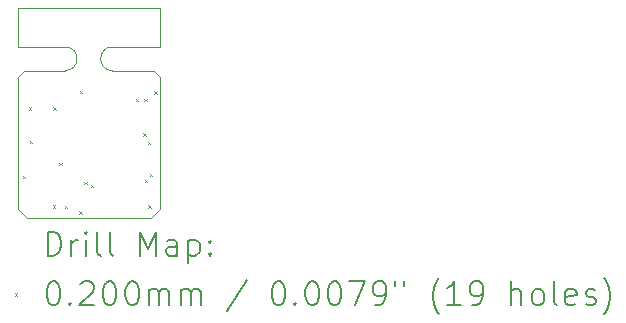
<source format=gbr>
%TF.GenerationSoftware,KiCad,Pcbnew,(6.0.8)*%
%TF.CreationDate,2022-12-19T21:27:54+01:00*%
%TF.ProjectId,Genna,47656e6e-612e-46b6-9963-61645f706362,rev?*%
%TF.SameCoordinates,Original*%
%TF.FileFunction,Drillmap*%
%TF.FilePolarity,Positive*%
%FSLAX45Y45*%
G04 Gerber Fmt 4.5, Leading zero omitted, Abs format (unit mm)*
G04 Created by KiCad (PCBNEW (6.0.8)) date 2022-12-19 21:27:54*
%MOMM*%
%LPD*%
G01*
G04 APERTURE LIST*
%ADD10C,0.100000*%
%ADD11C,0.200000*%
%ADD12C,0.020000*%
G04 APERTURE END LIST*
D10*
X12890000Y-7400000D02*
X13240000Y-7400000D01*
X14040000Y-7450000D02*
X13990000Y-7400000D01*
X13640000Y-7200000D02*
G75*
G03*
X13640000Y-7400000I0J-100000D01*
G01*
X14040000Y-6870000D02*
X12840000Y-6870000D01*
X14040000Y-8575000D02*
X14040000Y-7450000D01*
X12840000Y-7450000D02*
X12840000Y-8575000D01*
X12890000Y-7400000D02*
X12840000Y-7450000D01*
X12840000Y-8575000D02*
X12915000Y-8650000D01*
X12915000Y-8650000D02*
X13965000Y-8650000D01*
X13640000Y-7200000D02*
X14040000Y-7200000D01*
X13965000Y-8650000D02*
X14040000Y-8575000D01*
X13240000Y-7400000D02*
G75*
G03*
X13240000Y-7200000I0J100000D01*
G01*
X13990000Y-7400000D02*
X13640000Y-7400000D01*
X14040000Y-7200000D02*
X14040000Y-6870000D01*
X12840000Y-6870000D02*
X12840000Y-7200000D01*
X13240000Y-7200000D02*
X12840000Y-7200000D01*
D11*
D12*
X12880883Y-8293168D02*
X12900883Y-8313168D01*
X12900883Y-8293168D02*
X12880883Y-8313168D01*
X12930000Y-7710000D02*
X12950000Y-7730000D01*
X12950000Y-7710000D02*
X12930000Y-7730000D01*
X12940000Y-7995000D02*
X12960000Y-8015000D01*
X12960000Y-7995000D02*
X12940000Y-8015000D01*
X13136050Y-8540000D02*
X13156050Y-8560000D01*
X13156050Y-8540000D02*
X13136050Y-8560000D01*
X13139987Y-7711987D02*
X13159987Y-7731987D01*
X13159987Y-7711987D02*
X13139987Y-7731987D01*
X13191355Y-8181195D02*
X13211355Y-8201195D01*
X13211355Y-8181195D02*
X13191355Y-8201195D01*
X13236050Y-8543482D02*
X13256050Y-8563482D01*
X13256050Y-8543482D02*
X13236050Y-8563482D01*
X13360000Y-8590000D02*
X13380000Y-8610000D01*
X13380000Y-8590000D02*
X13360000Y-8610000D01*
X13365000Y-7573582D02*
X13385000Y-7593582D01*
X13385000Y-7573582D02*
X13365000Y-7593582D01*
X13402000Y-8340000D02*
X13422000Y-8360000D01*
X13422000Y-8340000D02*
X13402000Y-8360000D01*
X13456082Y-8367000D02*
X13476082Y-8387000D01*
X13476082Y-8367000D02*
X13456082Y-8387000D01*
X13840000Y-7640000D02*
X13860000Y-7660000D01*
X13860000Y-7640000D02*
X13840000Y-7660000D01*
X13902032Y-7930000D02*
X13922032Y-7950000D01*
X13922032Y-7930000D02*
X13902032Y-7950000D01*
X13910000Y-7637035D02*
X13930000Y-7657035D01*
X13930000Y-7637035D02*
X13910000Y-7657035D01*
X13912412Y-8322362D02*
X13932412Y-8342362D01*
X13932412Y-8322362D02*
X13912412Y-8342362D01*
X13936982Y-8005000D02*
X13956982Y-8025000D01*
X13956982Y-8005000D02*
X13936982Y-8025000D01*
X13942550Y-8540000D02*
X13962550Y-8560000D01*
X13962550Y-8540000D02*
X13942550Y-8560000D01*
X13955396Y-8274912D02*
X13975396Y-8294912D01*
X13975396Y-8274912D02*
X13955396Y-8294912D01*
X13993552Y-7576448D02*
X14013552Y-7596448D01*
X14013552Y-7576448D02*
X13993552Y-7596448D01*
D11*
X13092619Y-8965476D02*
X13092619Y-8765476D01*
X13140238Y-8765476D01*
X13168809Y-8775000D01*
X13187857Y-8794048D01*
X13197381Y-8813095D01*
X13206905Y-8851190D01*
X13206905Y-8879762D01*
X13197381Y-8917857D01*
X13187857Y-8936905D01*
X13168809Y-8955952D01*
X13140238Y-8965476D01*
X13092619Y-8965476D01*
X13292619Y-8965476D02*
X13292619Y-8832143D01*
X13292619Y-8870238D02*
X13302143Y-8851190D01*
X13311667Y-8841667D01*
X13330714Y-8832143D01*
X13349762Y-8832143D01*
X13416428Y-8965476D02*
X13416428Y-8832143D01*
X13416428Y-8765476D02*
X13406905Y-8775000D01*
X13416428Y-8784524D01*
X13425952Y-8775000D01*
X13416428Y-8765476D01*
X13416428Y-8784524D01*
X13540238Y-8965476D02*
X13521190Y-8955952D01*
X13511667Y-8936905D01*
X13511667Y-8765476D01*
X13645000Y-8965476D02*
X13625952Y-8955952D01*
X13616428Y-8936905D01*
X13616428Y-8765476D01*
X13873571Y-8965476D02*
X13873571Y-8765476D01*
X13940238Y-8908333D01*
X14006905Y-8765476D01*
X14006905Y-8965476D01*
X14187857Y-8965476D02*
X14187857Y-8860714D01*
X14178333Y-8841667D01*
X14159286Y-8832143D01*
X14121190Y-8832143D01*
X14102143Y-8841667D01*
X14187857Y-8955952D02*
X14168809Y-8965476D01*
X14121190Y-8965476D01*
X14102143Y-8955952D01*
X14092619Y-8936905D01*
X14092619Y-8917857D01*
X14102143Y-8898810D01*
X14121190Y-8889286D01*
X14168809Y-8889286D01*
X14187857Y-8879762D01*
X14283095Y-8832143D02*
X14283095Y-9032143D01*
X14283095Y-8841667D02*
X14302143Y-8832143D01*
X14340238Y-8832143D01*
X14359286Y-8841667D01*
X14368809Y-8851190D01*
X14378333Y-8870238D01*
X14378333Y-8927381D01*
X14368809Y-8946429D01*
X14359286Y-8955952D01*
X14340238Y-8965476D01*
X14302143Y-8965476D01*
X14283095Y-8955952D01*
X14464048Y-8946429D02*
X14473571Y-8955952D01*
X14464048Y-8965476D01*
X14454524Y-8955952D01*
X14464048Y-8946429D01*
X14464048Y-8965476D01*
X14464048Y-8841667D02*
X14473571Y-8851190D01*
X14464048Y-8860714D01*
X14454524Y-8851190D01*
X14464048Y-8841667D01*
X14464048Y-8860714D01*
D12*
X12815000Y-9285000D02*
X12835000Y-9305000D01*
X12835000Y-9285000D02*
X12815000Y-9305000D01*
D11*
X13130714Y-9185476D02*
X13149762Y-9185476D01*
X13168809Y-9195000D01*
X13178333Y-9204524D01*
X13187857Y-9223571D01*
X13197381Y-9261667D01*
X13197381Y-9309286D01*
X13187857Y-9347381D01*
X13178333Y-9366429D01*
X13168809Y-9375952D01*
X13149762Y-9385476D01*
X13130714Y-9385476D01*
X13111667Y-9375952D01*
X13102143Y-9366429D01*
X13092619Y-9347381D01*
X13083095Y-9309286D01*
X13083095Y-9261667D01*
X13092619Y-9223571D01*
X13102143Y-9204524D01*
X13111667Y-9195000D01*
X13130714Y-9185476D01*
X13283095Y-9366429D02*
X13292619Y-9375952D01*
X13283095Y-9385476D01*
X13273571Y-9375952D01*
X13283095Y-9366429D01*
X13283095Y-9385476D01*
X13368809Y-9204524D02*
X13378333Y-9195000D01*
X13397381Y-9185476D01*
X13445000Y-9185476D01*
X13464048Y-9195000D01*
X13473571Y-9204524D01*
X13483095Y-9223571D01*
X13483095Y-9242619D01*
X13473571Y-9271190D01*
X13359286Y-9385476D01*
X13483095Y-9385476D01*
X13606905Y-9185476D02*
X13625952Y-9185476D01*
X13645000Y-9195000D01*
X13654524Y-9204524D01*
X13664048Y-9223571D01*
X13673571Y-9261667D01*
X13673571Y-9309286D01*
X13664048Y-9347381D01*
X13654524Y-9366429D01*
X13645000Y-9375952D01*
X13625952Y-9385476D01*
X13606905Y-9385476D01*
X13587857Y-9375952D01*
X13578333Y-9366429D01*
X13568809Y-9347381D01*
X13559286Y-9309286D01*
X13559286Y-9261667D01*
X13568809Y-9223571D01*
X13578333Y-9204524D01*
X13587857Y-9195000D01*
X13606905Y-9185476D01*
X13797381Y-9185476D02*
X13816428Y-9185476D01*
X13835476Y-9195000D01*
X13845000Y-9204524D01*
X13854524Y-9223571D01*
X13864048Y-9261667D01*
X13864048Y-9309286D01*
X13854524Y-9347381D01*
X13845000Y-9366429D01*
X13835476Y-9375952D01*
X13816428Y-9385476D01*
X13797381Y-9385476D01*
X13778333Y-9375952D01*
X13768809Y-9366429D01*
X13759286Y-9347381D01*
X13749762Y-9309286D01*
X13749762Y-9261667D01*
X13759286Y-9223571D01*
X13768809Y-9204524D01*
X13778333Y-9195000D01*
X13797381Y-9185476D01*
X13949762Y-9385476D02*
X13949762Y-9252143D01*
X13949762Y-9271190D02*
X13959286Y-9261667D01*
X13978333Y-9252143D01*
X14006905Y-9252143D01*
X14025952Y-9261667D01*
X14035476Y-9280714D01*
X14035476Y-9385476D01*
X14035476Y-9280714D02*
X14045000Y-9261667D01*
X14064048Y-9252143D01*
X14092619Y-9252143D01*
X14111667Y-9261667D01*
X14121190Y-9280714D01*
X14121190Y-9385476D01*
X14216428Y-9385476D02*
X14216428Y-9252143D01*
X14216428Y-9271190D02*
X14225952Y-9261667D01*
X14245000Y-9252143D01*
X14273571Y-9252143D01*
X14292619Y-9261667D01*
X14302143Y-9280714D01*
X14302143Y-9385476D01*
X14302143Y-9280714D02*
X14311667Y-9261667D01*
X14330714Y-9252143D01*
X14359286Y-9252143D01*
X14378333Y-9261667D01*
X14387857Y-9280714D01*
X14387857Y-9385476D01*
X14778333Y-9175952D02*
X14606905Y-9433095D01*
X15035476Y-9185476D02*
X15054524Y-9185476D01*
X15073571Y-9195000D01*
X15083095Y-9204524D01*
X15092619Y-9223571D01*
X15102143Y-9261667D01*
X15102143Y-9309286D01*
X15092619Y-9347381D01*
X15083095Y-9366429D01*
X15073571Y-9375952D01*
X15054524Y-9385476D01*
X15035476Y-9385476D01*
X15016428Y-9375952D01*
X15006905Y-9366429D01*
X14997381Y-9347381D01*
X14987857Y-9309286D01*
X14987857Y-9261667D01*
X14997381Y-9223571D01*
X15006905Y-9204524D01*
X15016428Y-9195000D01*
X15035476Y-9185476D01*
X15187857Y-9366429D02*
X15197381Y-9375952D01*
X15187857Y-9385476D01*
X15178333Y-9375952D01*
X15187857Y-9366429D01*
X15187857Y-9385476D01*
X15321190Y-9185476D02*
X15340238Y-9185476D01*
X15359286Y-9195000D01*
X15368809Y-9204524D01*
X15378333Y-9223571D01*
X15387857Y-9261667D01*
X15387857Y-9309286D01*
X15378333Y-9347381D01*
X15368809Y-9366429D01*
X15359286Y-9375952D01*
X15340238Y-9385476D01*
X15321190Y-9385476D01*
X15302143Y-9375952D01*
X15292619Y-9366429D01*
X15283095Y-9347381D01*
X15273571Y-9309286D01*
X15273571Y-9261667D01*
X15283095Y-9223571D01*
X15292619Y-9204524D01*
X15302143Y-9195000D01*
X15321190Y-9185476D01*
X15511667Y-9185476D02*
X15530714Y-9185476D01*
X15549762Y-9195000D01*
X15559286Y-9204524D01*
X15568809Y-9223571D01*
X15578333Y-9261667D01*
X15578333Y-9309286D01*
X15568809Y-9347381D01*
X15559286Y-9366429D01*
X15549762Y-9375952D01*
X15530714Y-9385476D01*
X15511667Y-9385476D01*
X15492619Y-9375952D01*
X15483095Y-9366429D01*
X15473571Y-9347381D01*
X15464048Y-9309286D01*
X15464048Y-9261667D01*
X15473571Y-9223571D01*
X15483095Y-9204524D01*
X15492619Y-9195000D01*
X15511667Y-9185476D01*
X15645000Y-9185476D02*
X15778333Y-9185476D01*
X15692619Y-9385476D01*
X15864048Y-9385476D02*
X15902143Y-9385476D01*
X15921190Y-9375952D01*
X15930714Y-9366429D01*
X15949762Y-9337857D01*
X15959286Y-9299762D01*
X15959286Y-9223571D01*
X15949762Y-9204524D01*
X15940238Y-9195000D01*
X15921190Y-9185476D01*
X15883095Y-9185476D01*
X15864048Y-9195000D01*
X15854524Y-9204524D01*
X15845000Y-9223571D01*
X15845000Y-9271190D01*
X15854524Y-9290238D01*
X15864048Y-9299762D01*
X15883095Y-9309286D01*
X15921190Y-9309286D01*
X15940238Y-9299762D01*
X15949762Y-9290238D01*
X15959286Y-9271190D01*
X16035476Y-9185476D02*
X16035476Y-9223571D01*
X16111667Y-9185476D02*
X16111667Y-9223571D01*
X16406905Y-9461667D02*
X16397381Y-9452143D01*
X16378333Y-9423571D01*
X16368809Y-9404524D01*
X16359286Y-9375952D01*
X16349762Y-9328333D01*
X16349762Y-9290238D01*
X16359286Y-9242619D01*
X16368809Y-9214048D01*
X16378333Y-9195000D01*
X16397381Y-9166429D01*
X16406905Y-9156905D01*
X16587857Y-9385476D02*
X16473571Y-9385476D01*
X16530714Y-9385476D02*
X16530714Y-9185476D01*
X16511667Y-9214048D01*
X16492619Y-9233095D01*
X16473571Y-9242619D01*
X16683095Y-9385476D02*
X16721190Y-9385476D01*
X16740238Y-9375952D01*
X16749762Y-9366429D01*
X16768809Y-9337857D01*
X16778333Y-9299762D01*
X16778333Y-9223571D01*
X16768809Y-9204524D01*
X16759286Y-9195000D01*
X16740238Y-9185476D01*
X16702143Y-9185476D01*
X16683095Y-9195000D01*
X16673571Y-9204524D01*
X16664048Y-9223571D01*
X16664048Y-9271190D01*
X16673571Y-9290238D01*
X16683095Y-9299762D01*
X16702143Y-9309286D01*
X16740238Y-9309286D01*
X16759286Y-9299762D01*
X16768809Y-9290238D01*
X16778333Y-9271190D01*
X17016429Y-9385476D02*
X17016429Y-9185476D01*
X17102143Y-9385476D02*
X17102143Y-9280714D01*
X17092619Y-9261667D01*
X17073571Y-9252143D01*
X17045000Y-9252143D01*
X17025952Y-9261667D01*
X17016429Y-9271190D01*
X17225952Y-9385476D02*
X17206905Y-9375952D01*
X17197381Y-9366429D01*
X17187857Y-9347381D01*
X17187857Y-9290238D01*
X17197381Y-9271190D01*
X17206905Y-9261667D01*
X17225952Y-9252143D01*
X17254524Y-9252143D01*
X17273571Y-9261667D01*
X17283095Y-9271190D01*
X17292619Y-9290238D01*
X17292619Y-9347381D01*
X17283095Y-9366429D01*
X17273571Y-9375952D01*
X17254524Y-9385476D01*
X17225952Y-9385476D01*
X17406905Y-9385476D02*
X17387857Y-9375952D01*
X17378333Y-9356905D01*
X17378333Y-9185476D01*
X17559286Y-9375952D02*
X17540238Y-9385476D01*
X17502143Y-9385476D01*
X17483095Y-9375952D01*
X17473571Y-9356905D01*
X17473571Y-9280714D01*
X17483095Y-9261667D01*
X17502143Y-9252143D01*
X17540238Y-9252143D01*
X17559286Y-9261667D01*
X17568810Y-9280714D01*
X17568810Y-9299762D01*
X17473571Y-9318810D01*
X17645000Y-9375952D02*
X17664048Y-9385476D01*
X17702143Y-9385476D01*
X17721190Y-9375952D01*
X17730714Y-9356905D01*
X17730714Y-9347381D01*
X17721190Y-9328333D01*
X17702143Y-9318810D01*
X17673571Y-9318810D01*
X17654524Y-9309286D01*
X17645000Y-9290238D01*
X17645000Y-9280714D01*
X17654524Y-9261667D01*
X17673571Y-9252143D01*
X17702143Y-9252143D01*
X17721190Y-9261667D01*
X17797381Y-9461667D02*
X17806905Y-9452143D01*
X17825952Y-9423571D01*
X17835476Y-9404524D01*
X17845000Y-9375952D01*
X17854524Y-9328333D01*
X17854524Y-9290238D01*
X17845000Y-9242619D01*
X17835476Y-9214048D01*
X17825952Y-9195000D01*
X17806905Y-9166429D01*
X17797381Y-9156905D01*
M02*

</source>
